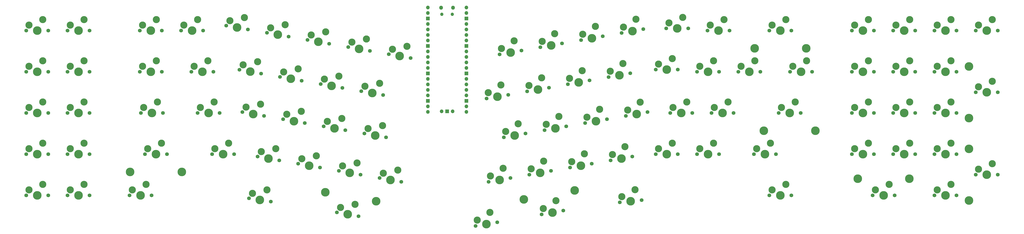
<source format=gbr>
%TF.GenerationSoftware,KiCad,Pcbnew,8.0.1*%
%TF.CreationDate,2024-04-27T19:13:13+09:00*%
%TF.ProjectId,sand-at,73616e64-2d61-4742-9e6b-696361645f70,rev?*%
%TF.SameCoordinates,Original*%
%TF.FileFunction,Soldermask,Top*%
%TF.FilePolarity,Negative*%
%FSLAX46Y46*%
G04 Gerber Fmt 4.6, Leading zero omitted, Abs format (unit mm)*
G04 Created by KiCad (PCBNEW 8.0.1) date 2024-04-27 19:13:13*
%MOMM*%
%LPD*%
G01*
G04 APERTURE LIST*
%ADD10C,1.750000*%
%ADD11C,3.987800*%
%ADD12C,3.300000*%
%ADD13O,1.800000X1.800000*%
%ADD14O,1.500000X1.500000*%
%ADD15O,1.700000X1.700000*%
%ADD16R,1.700000X1.700000*%
G04 APERTURE END LIST*
D10*
%TO.C,SW52*%
X340113943Y-91140588D03*
D11*
X345116766Y-90258455D03*
D10*
X350119589Y-89376322D03*
D12*
X340923582Y-88418643D03*
X346736045Y-84814565D03*
%TD*%
D10*
%TO.C,SW60*%
X82495000Y-108793050D03*
D11*
X87575000Y-108793050D03*
D10*
X92655000Y-108793050D03*
D12*
X83765000Y-106253050D03*
X90115000Y-103713050D03*
%TD*%
D10*
%TO.C,SW27*%
X199306937Y-76404731D03*
D11*
X204309760Y-77286864D03*
D10*
X209312583Y-78168997D03*
D12*
X200998709Y-74123853D03*
X207693304Y-72725107D03*
%TD*%
D10*
%TO.C,SW7*%
X193234641Y-55990144D03*
D11*
X198237464Y-56872277D03*
D10*
X203240287Y-57754410D03*
D12*
X194926413Y-53709266D03*
X201621008Y-52310520D03*
%TD*%
D11*
%TO.C,S84*%
X316530238Y-125604438D03*
X293079503Y-129739436D03*
%TD*%
D10*
%TO.C,SW51*%
X321353355Y-94448586D03*
D11*
X326356178Y-93566453D03*
D10*
X331359001Y-92684320D03*
D12*
X322162994Y-91726641D03*
X327975457Y-88122563D03*
%TD*%
D10*
%TO.C,SW67*%
X276821854Y-121644568D03*
D11*
X281824677Y-120762435D03*
D10*
X286827500Y-119880302D03*
D12*
X277631493Y-118922623D03*
X283443956Y-115318545D03*
%TD*%
D10*
%TO.C,SW88*%
X482545000Y-127843050D03*
D11*
X487625000Y-127843050D03*
D10*
X492705000Y-127843050D03*
D12*
X483815000Y-125303050D03*
X490165000Y-122763050D03*
%TD*%
D10*
%TO.C,SW14*%
X358720000Y-50690550D03*
D11*
X363800000Y-50690550D03*
D10*
X368880000Y-50690550D03*
D12*
X359990000Y-48150550D03*
X366340000Y-45610550D03*
%TD*%
D10*
%TO.C,SW85*%
X337292168Y-131131509D03*
D11*
X342344339Y-130600504D03*
D10*
X347396510Y-130069499D03*
D12*
X338289708Y-128472672D03*
X344339420Y-125282830D03*
%TD*%
D10*
%TO.C,SW12*%
X319427507Y-56100411D03*
D11*
X324430330Y-55218278D03*
D10*
X329433153Y-54336145D03*
D12*
X320237146Y-53378466D03*
X326049609Y-49774388D03*
%TD*%
D10*
%TO.C,SW59*%
X63445000Y-108793050D03*
D11*
X68525000Y-108793050D03*
D10*
X73605000Y-108793050D03*
D12*
X64715000Y-106253050D03*
X71065000Y-103713050D03*
%TD*%
D10*
%TO.C,SW44*%
X142502500Y-89743050D03*
D11*
X147582500Y-89743050D03*
D10*
X152662500Y-89743050D03*
D12*
X143772500Y-87203050D03*
X150122500Y-84663050D03*
%TD*%
D10*
%TO.C,SW87*%
X453970000Y-127843050D03*
D11*
X459050000Y-127843050D03*
D10*
X464130000Y-127843050D03*
D12*
X455240000Y-125303050D03*
X461590000Y-122763050D03*
%TD*%
D10*
%TO.C,SW49*%
X283832180Y-101064582D03*
D11*
X288835003Y-100182449D03*
D10*
X293837826Y-99300316D03*
D12*
X284641819Y-98342637D03*
X290454282Y-94738559D03*
%TD*%
D10*
%TO.C,SW20*%
X501595000Y-51643050D03*
D11*
X506675000Y-51643050D03*
D10*
X511755000Y-51643050D03*
D12*
X502865000Y-49103050D03*
X509215000Y-46563050D03*
%TD*%
D10*
%TO.C,SW2*%
X82495000Y-51643050D03*
D11*
X87575000Y-51643050D03*
D10*
X92655000Y-51643050D03*
D12*
X83765000Y-49103050D03*
X90115000Y-46563050D03*
%TD*%
D10*
%TO.C,SW30*%
X294594623Y-79822996D03*
D11*
X299597446Y-78940863D03*
D10*
X304600269Y-78058730D03*
D12*
X295404262Y-77101051D03*
X301216725Y-73496973D03*
%TD*%
D10*
%TO.C,SW73*%
X399201250Y-108793050D03*
D11*
X404281250Y-108793050D03*
D10*
X409361250Y-108793050D03*
D12*
X400471250Y-106253050D03*
X406821250Y-103713050D03*
%TD*%
D10*
%TO.C,SW10*%
X281906331Y-62716407D03*
D11*
X286909154Y-61834274D03*
D10*
X291911977Y-60952141D03*
D12*
X282715970Y-59994462D03*
X288528433Y-56390384D03*
%TD*%
D10*
%TO.C,SW25*%
X161785762Y-69788735D03*
D11*
X166788585Y-70670868D03*
D10*
X171791408Y-71553001D03*
D12*
X163477534Y-67507857D03*
X170172129Y-66109111D03*
%TD*%
D10*
%TO.C,SW31*%
X313355211Y-76514998D03*
D11*
X318358034Y-75632865D03*
D10*
X323360857Y-74750732D03*
D12*
X314164850Y-73793053D03*
X319977313Y-70188975D03*
%TD*%
D10*
%TO.C,SW82*%
X206736487Y-135746392D03*
D11*
X211739310Y-136628525D03*
D10*
X216742133Y-137510658D03*
D12*
X208428259Y-133465514D03*
X215122854Y-132066768D03*
%TD*%
D10*
%TO.C,SW39*%
X482545000Y-70693050D03*
D11*
X487625000Y-70693050D03*
D10*
X492705000Y-70693050D03*
D12*
X483815000Y-68153050D03*
X490165000Y-65613050D03*
%TD*%
D10*
%TO.C,SW40*%
X501595000Y-80218050D03*
D11*
X506675000Y-80218050D03*
D10*
X511755000Y-80218050D03*
D12*
X502865000Y-77678050D03*
X509215000Y-75138050D03*
%TD*%
D10*
%TO.C,SW3*%
X115832500Y-51643050D03*
D11*
X120912500Y-51643050D03*
D10*
X125992500Y-51643050D03*
D12*
X117102500Y-49103050D03*
X123452500Y-46563050D03*
%TD*%
D10*
%TO.C,SW74*%
X444445000Y-108793050D03*
D11*
X449525000Y-108793050D03*
D10*
X454605000Y-108793050D03*
D12*
X445715000Y-106253050D03*
X452065000Y-103713050D03*
%TD*%
D10*
%TO.C,SW63*%
X170178236Y-109956309D03*
D11*
X175181059Y-110838442D03*
D10*
X180183882Y-111720575D03*
D12*
X171870008Y-107675431D03*
X178564603Y-106276685D03*
%TD*%
D11*
%TO.C,S61*%
X111387500Y-117048050D03*
X135200000Y-117048050D03*
%TD*%
D10*
%TO.C,SW65*%
X207699412Y-116572304D03*
D11*
X212702235Y-117454437D03*
D10*
X217705058Y-118336570D03*
D12*
X209391184Y-114291426D03*
X216085779Y-112892680D03*
%TD*%
D10*
%TO.C,SW84*%
X301235513Y-136683658D03*
D11*
X306238336Y-135801525D03*
D10*
X311241159Y-134919392D03*
D12*
X302045152Y-133961713D03*
X307857615Y-130357635D03*
%TD*%
D10*
%TO.C,SW1*%
X63445000Y-51643050D03*
D11*
X68525000Y-51643050D03*
D10*
X73605000Y-51643050D03*
D12*
X64715000Y-49103050D03*
X71065000Y-46563050D03*
%TD*%
D10*
%TO.C,SW81*%
X166203719Y-129245721D03*
D11*
X171227920Y-129996593D03*
D10*
X176252121Y-130747465D03*
D12*
X167835205Y-126921339D03*
X174490892Y-125347828D03*
%TD*%
D10*
%TO.C,SW50*%
X302592768Y-97756584D03*
D11*
X307595591Y-96874451D03*
D10*
X312598414Y-95992318D03*
D12*
X303402407Y-95034639D03*
X309214870Y-91430561D03*
%TD*%
D10*
%TO.C,SW24*%
X139645000Y-70693050D03*
D11*
X144725000Y-70693050D03*
D10*
X149805000Y-70693050D03*
D12*
X140915000Y-68153050D03*
X147265000Y-65613050D03*
%TD*%
D10*
%TO.C,SW48*%
X219449674Y-99300316D03*
D11*
X224452497Y-100182449D03*
D10*
X229455320Y-101064582D03*
D12*
X221141446Y-97019438D03*
X227836041Y-95620692D03*
%TD*%
D10*
%TO.C,SW56*%
X444445000Y-89743050D03*
D11*
X449525000Y-89743050D03*
D10*
X454605000Y-89743050D03*
D12*
X445715000Y-87203050D03*
X452065000Y-84663050D03*
%TD*%
D10*
%TO.C,SW5*%
X155713466Y-49374149D03*
D11*
X160716289Y-50256282D03*
D10*
X165719112Y-51138415D03*
D12*
X157405238Y-47093271D03*
X164099833Y-45694525D03*
%TD*%
D10*
%TO.C,SW26*%
X180546350Y-73096733D03*
D11*
X185549173Y-73978866D03*
D10*
X190551996Y-74860999D03*
D12*
X182238122Y-70815855D03*
X188932717Y-69417109D03*
%TD*%
D10*
%TO.C,SW61*%
X118213750Y-108793050D03*
D11*
X123293750Y-108793050D03*
D10*
X128373750Y-108793050D03*
D12*
X119483750Y-106253050D03*
X125833750Y-103713050D03*
%TD*%
D10*
%TO.C,SW8*%
X211995229Y-59298142D03*
D11*
X216998052Y-60180275D03*
D10*
X222000875Y-61062408D03*
D12*
X213687001Y-57017264D03*
X220381596Y-55618518D03*
%TD*%
D10*
%TO.C,SW23*%
X115832500Y-70693050D03*
D11*
X120912500Y-70693050D03*
D10*
X125992500Y-70693050D03*
D12*
X117102500Y-68153050D03*
X123452500Y-65613050D03*
%TD*%
D10*
%TO.C,SW86*%
X406345000Y-127843050D03*
D11*
X411425000Y-127843050D03*
D10*
X416505000Y-127843050D03*
D12*
X407615000Y-125303050D03*
X413965000Y-122763050D03*
%TD*%
D10*
%TO.C,SW33*%
X353957500Y-69740550D03*
D11*
X359037500Y-69740550D03*
D10*
X364117500Y-69740550D03*
D12*
X355227500Y-67200550D03*
X361577500Y-64660550D03*
%TD*%
D10*
%TO.C,SW13*%
X338188094Y-52792413D03*
D11*
X343190917Y-51910280D03*
D10*
X348193740Y-51028147D03*
D12*
X338997733Y-50070468D03*
X344810196Y-46466390D03*
%TD*%
D10*
%TO.C,SW55*%
X410631250Y-89743050D03*
D11*
X415711250Y-89743050D03*
D10*
X420791250Y-89743050D03*
D12*
X411901250Y-87203050D03*
X418251250Y-84663050D03*
%TD*%
D10*
%TO.C,SW71*%
X353957500Y-108793050D03*
D11*
X359037500Y-108793050D03*
D10*
X364117500Y-108793050D03*
D12*
X355227500Y-106253050D03*
X361577500Y-103713050D03*
%TD*%
D11*
%TO.C,S40*%
X498420000Y-68311800D03*
X498420000Y-92124300D03*
%TD*%
D10*
%TO.C,SW36*%
X415870000Y-70693050D03*
D11*
X420950000Y-70693050D03*
D10*
X426030000Y-70693050D03*
D12*
X417140000Y-68153050D03*
X423490000Y-65613050D03*
%TD*%
D10*
%TO.C,SW34*%
X373007500Y-70693050D03*
D11*
X378087500Y-70693050D03*
D10*
X383167500Y-70693050D03*
D12*
X374277500Y-68153050D03*
X380627500Y-65613050D03*
%TD*%
D10*
%TO.C,SW42*%
X82495000Y-89743050D03*
D11*
X87575000Y-89743050D03*
D10*
X92655000Y-89743050D03*
D12*
X83765000Y-87203050D03*
X90115000Y-84663050D03*
%TD*%
D11*
%TO.C,S55*%
X403805000Y-97998050D03*
X427617500Y-97998050D03*
%TD*%
D10*
%TO.C,SW46*%
X181928499Y-92684320D03*
D11*
X186931322Y-93566453D03*
D10*
X191934145Y-94448586D03*
D12*
X183620271Y-90403442D03*
X190314866Y-89004696D03*
%TD*%
D10*
%TO.C,SW21*%
X63445000Y-70693050D03*
D11*
X68525000Y-70693050D03*
D10*
X73605000Y-70693050D03*
D12*
X64715000Y-68153050D03*
X71065000Y-65613050D03*
%TD*%
D10*
%TO.C,SW35*%
X392057500Y-70693050D03*
D11*
X397137500Y-70693050D03*
D10*
X402217500Y-70693050D03*
D12*
X393327500Y-68153050D03*
X399677500Y-65613050D03*
%TD*%
D10*
%TO.C,SW45*%
X163167911Y-89376322D03*
D11*
X168170734Y-90258455D03*
D10*
X173173557Y-91140588D03*
D12*
X164859683Y-87095444D03*
X171554278Y-85696698D03*
%TD*%
D10*
%TO.C,SW64*%
X188938824Y-113264307D03*
D11*
X193941647Y-114146440D03*
D10*
X198944470Y-115028573D03*
D12*
X190630596Y-110983429D03*
X197325191Y-109584683D03*
%TD*%
D10*
%TO.C,SW70*%
X333103618Y-111720575D03*
D11*
X338106441Y-110838442D03*
D10*
X343109264Y-109956309D03*
D12*
X333913257Y-108998630D03*
X339725720Y-105394552D03*
%TD*%
D10*
%TO.C,SW9*%
X230755817Y-62606140D03*
D11*
X235758640Y-63488273D03*
D10*
X240761463Y-64370406D03*
D12*
X232447589Y-60325262D03*
X239142184Y-58926516D03*
%TD*%
D10*
%TO.C,SW41*%
X63445000Y-89743050D03*
D11*
X68525000Y-89743050D03*
D10*
X73605000Y-89743050D03*
D12*
X64715000Y-87203050D03*
X71065000Y-84663050D03*
%TD*%
D10*
%TO.C,SW11*%
X300666919Y-59408409D03*
D11*
X305669742Y-58526276D03*
D10*
X310672565Y-57644143D03*
D12*
X301476558Y-56686464D03*
X307289021Y-53082386D03*
%TD*%
D10*
%TO.C,SW37*%
X444445000Y-70693050D03*
D11*
X449525000Y-70693050D03*
D10*
X454605000Y-70693050D03*
D12*
X445715000Y-68153050D03*
X452065000Y-65613050D03*
%TD*%
D10*
%TO.C,SW78*%
X63445000Y-127843050D03*
D11*
X68525000Y-127843050D03*
D10*
X73605000Y-127843050D03*
D12*
X64715000Y-125303050D03*
X71065000Y-122763050D03*
%TD*%
D10*
%TO.C,SW54*%
X379675000Y-89743050D03*
D11*
X384755000Y-89743050D03*
D10*
X389835000Y-89743050D03*
D12*
X380945000Y-87203050D03*
X387295000Y-84663050D03*
%TD*%
D10*
%TO.C,SW53*%
X360625000Y-89743050D03*
D11*
X365705000Y-89743050D03*
D10*
X370785000Y-89743050D03*
D12*
X361895000Y-87203050D03*
X368245000Y-84663050D03*
%TD*%
D10*
%TO.C,SW75*%
X463495000Y-108793050D03*
D11*
X468575000Y-108793050D03*
D10*
X473655000Y-108793050D03*
D12*
X464765000Y-106253050D03*
X471115000Y-103713050D03*
%TD*%
D10*
%TO.C,SW47*%
X200689086Y-95992318D03*
D11*
X205691909Y-96874451D03*
D10*
X210694732Y-97756584D03*
D12*
X202380858Y-93711440D03*
X209075453Y-92312694D03*
%TD*%
D10*
%TO.C,SW17*%
X444445000Y-51643050D03*
D11*
X449525000Y-51643050D03*
D10*
X454605000Y-51643050D03*
D12*
X445715000Y-49103050D03*
X452065000Y-46563050D03*
%TD*%
D11*
%TO.C,S16*%
X399518750Y-59898050D03*
X423331250Y-59898050D03*
%TD*%
D10*
%TO.C,SW69*%
X314343030Y-115028573D03*
D11*
X319345853Y-114146440D03*
D10*
X324348676Y-113264307D03*
D12*
X315152669Y-112306628D03*
X320965132Y-108702550D03*
%TD*%
D11*
%TO.C,S87*%
X470956250Y-120220000D03*
X447143750Y-120220000D03*
%TD*%
D10*
%TO.C,SW77*%
X501595000Y-118318050D03*
D11*
X506675000Y-118318050D03*
D10*
X511755000Y-118318050D03*
D12*
X502865000Y-115778050D03*
X509215000Y-113238050D03*
%TD*%
D11*
%TO.C,S82*%
X224898143Y-130566436D03*
X201447408Y-126431438D03*
%TD*%
D10*
%TO.C,SW28*%
X218067525Y-79712728D03*
D11*
X223070348Y-80594861D03*
D10*
X228073171Y-81476994D03*
D12*
X219759297Y-77431850D03*
X226453892Y-76033104D03*
%TD*%
D10*
%TO.C,SW19*%
X482545000Y-51643050D03*
D11*
X487625000Y-51643050D03*
D10*
X492705000Y-51643050D03*
D12*
X483815000Y-49103050D03*
X490165000Y-46563050D03*
%TD*%
D10*
%TO.C,SW66*%
X226460000Y-119880302D03*
D11*
X231462823Y-120762435D03*
D10*
X236465646Y-121644568D03*
D12*
X228151772Y-117599424D03*
X234846367Y-116200678D03*
%TD*%
D10*
%TO.C,SW79*%
X82495000Y-127843050D03*
D11*
X87575000Y-127843050D03*
D10*
X92655000Y-127843050D03*
D12*
X83765000Y-125303050D03*
X90115000Y-122763050D03*
%TD*%
D10*
%TO.C,SW18*%
X463495000Y-51643050D03*
D11*
X468575000Y-51643050D03*
D10*
X473655000Y-51643050D03*
D12*
X464765000Y-49103050D03*
X471115000Y-46563050D03*
%TD*%
D10*
%TO.C,SW57*%
X463495000Y-89743050D03*
D11*
X468575000Y-89743050D03*
D10*
X473655000Y-89743050D03*
D12*
X464765000Y-87203050D03*
X471115000Y-84663050D03*
%TD*%
D10*
%TO.C,SW83*%
X270749558Y-142059155D03*
D11*
X275752381Y-141177022D03*
D10*
X280755204Y-140294889D03*
D12*
X271559197Y-139337210D03*
X277371660Y-135733132D03*
%TD*%
D10*
%TO.C,SW6*%
X174474053Y-52682146D03*
D11*
X179476876Y-53564279D03*
D10*
X184479699Y-54446412D03*
D12*
X176165825Y-50401268D03*
X182860420Y-49002522D03*
%TD*%
D10*
%TO.C,SW43*%
X116308750Y-89743050D03*
D11*
X121388750Y-89743050D03*
D10*
X126468750Y-89743050D03*
D12*
X117578750Y-87203050D03*
X123928750Y-84663050D03*
%TD*%
D10*
%TO.C,SW32*%
X332115798Y-73207000D03*
D11*
X337118621Y-72324867D03*
D10*
X342121444Y-71442734D03*
D12*
X332925437Y-70485055D03*
X338737900Y-66880977D03*
%TD*%
D10*
%TO.C,SW15*%
X377770000Y-51643050D03*
D11*
X382850000Y-51643050D03*
D10*
X387930000Y-51643050D03*
D12*
X379040000Y-49103050D03*
X385390000Y-46563050D03*
%TD*%
D10*
%TO.C,SW68*%
X295582442Y-118336570D03*
D11*
X300585265Y-117454437D03*
D10*
X305588088Y-116572304D03*
D12*
X296392081Y-115614625D03*
X302204544Y-112010547D03*
%TD*%
D11*
%TO.C,S77*%
X498420000Y-106411800D03*
X498420000Y-130224300D03*
%TD*%
D10*
%TO.C,SW76*%
X482545000Y-108793050D03*
D11*
X487625000Y-108793050D03*
D10*
X492705000Y-108793050D03*
D12*
X483815000Y-106253050D03*
X490165000Y-103713050D03*
%TD*%
D10*
%TO.C,SW58*%
X482545000Y-89743050D03*
D11*
X487625000Y-89743050D03*
D10*
X492705000Y-89743050D03*
D12*
X483815000Y-87203050D03*
X490165000Y-84663050D03*
%TD*%
D10*
%TO.C,SW29*%
X275834035Y-83130993D03*
D11*
X280836858Y-82248860D03*
D10*
X285839681Y-81366727D03*
D12*
X276643674Y-80409048D03*
X282456137Y-76804970D03*
%TD*%
D10*
%TO.C,SW16*%
X406345000Y-51643050D03*
D11*
X411425000Y-51643050D03*
D10*
X416505000Y-51643050D03*
D12*
X407615000Y-49103050D03*
X413965000Y-46563050D03*
%TD*%
D10*
%TO.C,SW72*%
X373007500Y-108793050D03*
D11*
X378087500Y-108793050D03*
D10*
X383167500Y-108793050D03*
D12*
X374277500Y-106253050D03*
X380627500Y-103713050D03*
%TD*%
D10*
%TO.C,SW80*%
X111070000Y-127843050D03*
D11*
X116150000Y-127843050D03*
D10*
X121230000Y-127843050D03*
D12*
X112340000Y-125303050D03*
X118690000Y-122763050D03*
%TD*%
D10*
%TO.C,SW38*%
X463495000Y-70693050D03*
D11*
X468575000Y-70693050D03*
D10*
X473655000Y-70693050D03*
D12*
X464765000Y-68153050D03*
X471115000Y-65613050D03*
%TD*%
D10*
%TO.C,SW4*%
X134882500Y-51643050D03*
D11*
X139962500Y-51643050D03*
D10*
X145042500Y-51643050D03*
D12*
X136152500Y-49103050D03*
X142502500Y-46563050D03*
%TD*%
D10*
%TO.C,SW62*%
X149170000Y-108793050D03*
D11*
X154250000Y-108793050D03*
D10*
X159330000Y-108793050D03*
D12*
X150440000Y-106253050D03*
X156790000Y-103713050D03*
%TD*%
D10*
%TO.C,SW22*%
X82495000Y-70693050D03*
D11*
X87575000Y-70693050D03*
D10*
X92655000Y-70693050D03*
D12*
X83765000Y-68153050D03*
X90115000Y-65613050D03*
%TD*%
D13*
%TO.C,U1*%
X260335000Y-41120550D03*
D14*
X260035000Y-44150550D03*
X255185000Y-44150550D03*
D13*
X254885000Y-41120550D03*
D15*
X266500000Y-40990550D03*
X266500000Y-43530550D03*
D16*
X266500000Y-46070550D03*
D15*
X266500000Y-48610550D03*
X266500000Y-51150550D03*
X266500000Y-53690550D03*
X266500000Y-56230550D03*
D16*
X266500000Y-58770550D03*
D15*
X266500000Y-61310550D03*
X266500000Y-63850550D03*
X266500000Y-66390550D03*
X266500000Y-68930550D03*
D16*
X266500000Y-71470550D03*
D15*
X266500000Y-74010550D03*
X266500000Y-76550550D03*
X266500000Y-79090550D03*
X266500000Y-81630550D03*
D16*
X266500000Y-84170550D03*
D15*
X266500000Y-86710550D03*
X266500000Y-89250550D03*
X248720000Y-89250550D03*
X248720000Y-86710550D03*
D16*
X248720000Y-84170550D03*
D15*
X248720000Y-81630550D03*
X248720000Y-79090550D03*
X248720000Y-76550550D03*
X248720000Y-74010550D03*
D16*
X248720000Y-71470550D03*
D15*
X248720000Y-68930550D03*
X248720000Y-66390550D03*
X248720000Y-63850550D03*
X248720000Y-61310550D03*
D16*
X248720000Y-58770550D03*
D15*
X248720000Y-56230550D03*
X248720000Y-53690550D03*
X248720000Y-51150550D03*
X248720000Y-48610550D03*
D16*
X248720000Y-46070550D03*
D15*
X248720000Y-43530550D03*
X248720000Y-40990550D03*
X260150000Y-89020550D03*
D16*
X257610000Y-89020550D03*
D15*
X255070000Y-89020550D03*
%TD*%
M02*

</source>
